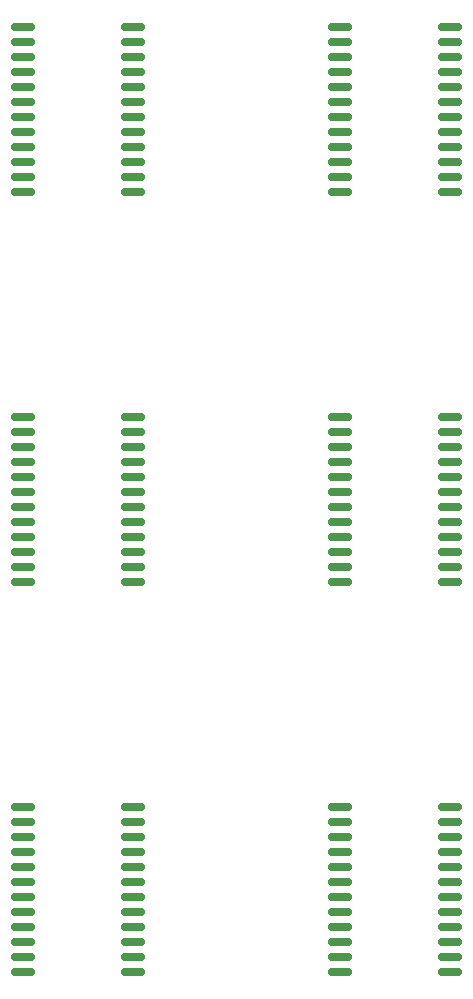
<source format=gbr>
%TF.GenerationSoftware,KiCad,Pcbnew,(6.0.0)*%
%TF.CreationDate,2022-01-18T21:24:02-05:00*%
%TF.ProjectId,WSOIC-24_7.5mm PANEL,57534f49-432d-4323-945f-372e356d6d20,rev?*%
%TF.SameCoordinates,Original*%
%TF.FileFunction,Paste,Top*%
%TF.FilePolarity,Positive*%
%FSLAX46Y46*%
G04 Gerber Fmt 4.6, Leading zero omitted, Abs format (unit mm)*
G04 Created by KiCad (PCBNEW (6.0.0)) date 2022-01-18 21:24:02*
%MOMM*%
%LPD*%
G01*
G04 APERTURE LIST*
G04 Aperture macros list*
%AMRoundRect*
0 Rectangle with rounded corners*
0 $1 Rounding radius*
0 $2 $3 $4 $5 $6 $7 $8 $9 X,Y pos of 4 corners*
0 Add a 4 corners polygon primitive as box body*
4,1,4,$2,$3,$4,$5,$6,$7,$8,$9,$2,$3,0*
0 Add four circle primitives for the rounded corners*
1,1,$1+$1,$2,$3*
1,1,$1+$1,$4,$5*
1,1,$1+$1,$6,$7*
1,1,$1+$1,$8,$9*
0 Add four rect primitives between the rounded corners*
20,1,$1+$1,$2,$3,$4,$5,0*
20,1,$1+$1,$4,$5,$6,$7,0*
20,1,$1+$1,$6,$7,$8,$9,0*
20,1,$1+$1,$8,$9,$2,$3,0*%
G04 Aperture macros list end*
%ADD10RoundRect,0.150000X-0.875000X-0.150000X0.875000X-0.150000X0.875000X0.150000X-0.875000X0.150000X0*%
G04 APERTURE END LIST*
D10*
%TO.C,U1*%
X72178004Y-75803003D03*
X72178004Y-77073003D03*
X72178004Y-78343003D03*
X72178004Y-79613003D03*
X72178004Y-80883003D03*
X72178004Y-82153003D03*
X72178004Y-83423003D03*
X72178004Y-84693003D03*
X72178004Y-85963003D03*
X72178004Y-87233003D03*
X72178004Y-88503003D03*
X72178004Y-89773003D03*
X81478004Y-89773003D03*
X81478004Y-88503003D03*
X81478004Y-87233003D03*
X81478004Y-85963003D03*
X81478004Y-84693003D03*
X81478004Y-83423003D03*
X81478004Y-82153003D03*
X81478004Y-80883003D03*
X81478004Y-79613003D03*
X81478004Y-78343003D03*
X81478004Y-77073003D03*
X81478004Y-75803003D03*
%TD*%
%TO.C,U1*%
X72178004Y-108791008D03*
X72178004Y-110061008D03*
X72178004Y-111331008D03*
X72178004Y-112601008D03*
X72178004Y-113871008D03*
X72178004Y-115141008D03*
X72178004Y-116411008D03*
X72178004Y-117681008D03*
X72178004Y-118951008D03*
X72178004Y-120221008D03*
X72178004Y-121491008D03*
X72178004Y-122761008D03*
X81478004Y-122761008D03*
X81478004Y-121491008D03*
X81478004Y-120221008D03*
X81478004Y-118951008D03*
X81478004Y-117681008D03*
X81478004Y-116411008D03*
X81478004Y-115141008D03*
X81478004Y-113871008D03*
X81478004Y-112601008D03*
X81478004Y-111331008D03*
X81478004Y-110061008D03*
X81478004Y-108791008D03*
%TD*%
%TO.C,U1*%
X45349997Y-108791008D03*
X45349997Y-110061008D03*
X45349997Y-111331008D03*
X45349997Y-112601008D03*
X45349997Y-113871008D03*
X45349997Y-115141008D03*
X45349997Y-116411008D03*
X45349997Y-117681008D03*
X45349997Y-118951008D03*
X45349997Y-120221008D03*
X45349997Y-121491008D03*
X45349997Y-122761008D03*
X54649997Y-122761008D03*
X54649997Y-121491008D03*
X54649997Y-120221008D03*
X54649997Y-118951008D03*
X54649997Y-117681008D03*
X54649997Y-116411008D03*
X54649997Y-115141008D03*
X54649997Y-113871008D03*
X54649997Y-112601008D03*
X54649997Y-111331008D03*
X54649997Y-110061008D03*
X54649997Y-108791008D03*
%TD*%
%TO.C,U1*%
X45349997Y-42814998D03*
X45349997Y-44084998D03*
X45349997Y-45354998D03*
X45349997Y-46624998D03*
X45349997Y-47894998D03*
X45349997Y-49164998D03*
X45349997Y-50434998D03*
X45349997Y-51704998D03*
X45349997Y-52974998D03*
X45349997Y-54244998D03*
X45349997Y-55514998D03*
X45349997Y-56784998D03*
X54649997Y-56784998D03*
X54649997Y-55514998D03*
X54649997Y-54244998D03*
X54649997Y-52974998D03*
X54649997Y-51704998D03*
X54649997Y-50434998D03*
X54649997Y-49164998D03*
X54649997Y-47894998D03*
X54649997Y-46624998D03*
X54649997Y-45354998D03*
X54649997Y-44084998D03*
X54649997Y-42814998D03*
%TD*%
%TO.C,U1*%
X72178004Y-42814998D03*
X72178004Y-44084998D03*
X72178004Y-45354998D03*
X72178004Y-46624998D03*
X72178004Y-47894998D03*
X72178004Y-49164998D03*
X72178004Y-50434998D03*
X72178004Y-51704998D03*
X72178004Y-52974998D03*
X72178004Y-54244998D03*
X72178004Y-55514998D03*
X72178004Y-56784998D03*
X81478004Y-56784998D03*
X81478004Y-55514998D03*
X81478004Y-54244998D03*
X81478004Y-52974998D03*
X81478004Y-51704998D03*
X81478004Y-50434998D03*
X81478004Y-49164998D03*
X81478004Y-47894998D03*
X81478004Y-46624998D03*
X81478004Y-45354998D03*
X81478004Y-44084998D03*
X81478004Y-42814998D03*
%TD*%
%TO.C,U1*%
X45349997Y-75803003D03*
X45349997Y-77073003D03*
X45349997Y-78343003D03*
X45349997Y-79613003D03*
X45349997Y-80883003D03*
X45349997Y-82153003D03*
X45349997Y-83423003D03*
X45349997Y-84693003D03*
X45349997Y-85963003D03*
X45349997Y-87233003D03*
X45349997Y-88503003D03*
X45349997Y-89773003D03*
X54649997Y-89773003D03*
X54649997Y-88503003D03*
X54649997Y-87233003D03*
X54649997Y-85963003D03*
X54649997Y-84693003D03*
X54649997Y-83423003D03*
X54649997Y-82153003D03*
X54649997Y-80883003D03*
X54649997Y-79613003D03*
X54649997Y-78343003D03*
X54649997Y-77073003D03*
X54649997Y-75803003D03*
%TD*%
M02*

</source>
